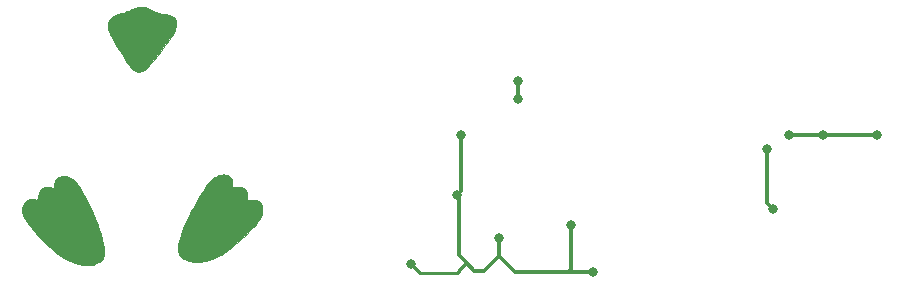
<source format=gbr>
%TF.GenerationSoftware,KiCad,Pcbnew,6.0.0-rc1-unknown-65cbf2d2b7~144~ubuntu18.04.1*%
%TF.CreationDate,2022-01-27T22:01:48+01:00*%
%TF.ProjectId,voll_verteilt,766f6c6c-5f76-4657-9274-65696c742e6b,rev?*%
%TF.SameCoordinates,PX52f83c0PY660b0c0*%
%TF.FileFunction,Copper,L1,Top*%
%TF.FilePolarity,Positive*%
%FSLAX46Y46*%
G04 Gerber Fmt 4.6, Leading zero omitted, Abs format (unit mm)*
G04 Created by KiCad (PCBNEW 6.0.0-rc1-unknown-65cbf2d2b7~144~ubuntu18.04.1) date 2022-01-27 22:01:48*
%MOMM*%
%LPD*%
G01*
G04 APERTURE LIST*
%TA.AperFunction,NonConductor*%
%ADD10C,0.090994*%
%TD*%
%TA.AperFunction,ViaPad*%
%ADD11C,0.800000*%
%TD*%
%TA.AperFunction,Conductor*%
%ADD12C,0.250000*%
%TD*%
%TA.AperFunction,Conductor*%
%ADD13C,0.300000*%
%TD*%
G04 APERTURE END LIST*
D10*
X7985821Y1723969D02*
X8068977Y1763062D01*
X8068977Y1763062D02*
X8144744Y1801529D01*
X8144744Y1801529D02*
X8213501Y1839837D01*
X8213501Y1839837D02*
X8275623Y1878453D01*
X8275623Y1878453D02*
X8331489Y1917844D01*
X8331489Y1917844D02*
X8381473Y1958478D01*
X8381473Y1958478D02*
X8404378Y1979407D01*
X8404378Y1979407D02*
X8425955Y2000821D01*
X8425955Y2000821D02*
X8446249Y2022780D01*
X8446249Y2022780D02*
X8465310Y2045342D01*
X8465310Y2045342D02*
X8483182Y2068565D01*
X8483182Y2068565D02*
X8499915Y2092507D01*
X8499915Y2092507D02*
X8515554Y2117227D01*
X8515554Y2117227D02*
X8530147Y2142783D01*
X8530147Y2142783D02*
X8543741Y2169234D01*
X8543741Y2169234D02*
X8556384Y2196639D01*
X8556384Y2196639D02*
X8579001Y2254540D01*
X8579001Y2254540D02*
X8598377Y2316954D01*
X8598377Y2316954D02*
X8614887Y2384350D01*
X8614887Y2384350D02*
X8628909Y2457192D01*
X8628909Y2457192D02*
X8640820Y2535950D01*
X8640820Y2535950D02*
X8647231Y2623833D01*
X8647231Y2623833D02*
X8645761Y2729862D01*
X8645761Y2729862D02*
X8636808Y2852351D01*
X8636808Y2852351D02*
X8620766Y2989617D01*
X8620766Y2989617D02*
X8598032Y3139976D01*
X8598032Y3139976D02*
X8569002Y3301742D01*
X8569002Y3301742D02*
X8534072Y3473231D01*
X8534072Y3473231D02*
X8493638Y3652760D01*
X8493638Y3652760D02*
X8448095Y3838643D01*
X8448095Y3838643D02*
X8397841Y4029197D01*
X8397841Y4029197D02*
X8343271Y4222737D01*
X8343271Y4222737D02*
X8284781Y4417578D01*
X8284781Y4417578D02*
X8222768Y4612036D01*
X8222768Y4612036D02*
X8157626Y4804427D01*
X8157626Y4804427D02*
X8089752Y4993066D01*
X8089752Y4993066D02*
X8019543Y5176270D01*
X8019543Y5176270D02*
X7870701Y5528379D01*
X7870701Y5528379D02*
X7668825Y5973096D01*
X7668825Y5973096D02*
X7432486Y6472872D01*
X7432486Y6472872D02*
X7180256Y6990159D01*
X7180256Y6990159D02*
X6930708Y7487406D01*
X6930708Y7487406D02*
X6702411Y7927066D01*
X6702411Y7927066D02*
X6513939Y8271590D01*
X6513939Y8271590D02*
X6383862Y8483429D01*
X6383862Y8483429D02*
X6332837Y8550369D01*
X6332837Y8550369D02*
X6277155Y8614646D01*
X6277155Y8614646D02*
X6217235Y8676031D01*
X6217235Y8676031D02*
X6153494Y8734296D01*
X6153494Y8734296D02*
X6086351Y8789213D01*
X6086351Y8789213D02*
X6016223Y8840553D01*
X6016223Y8840553D02*
X5943529Y8888087D01*
X5943529Y8888087D02*
X5868687Y8931588D01*
X5868687Y8931588D02*
X5792115Y8970826D01*
X5792115Y8970826D02*
X5714230Y9005574D01*
X5714230Y9005574D02*
X5635451Y9035603D01*
X5635451Y9035603D02*
X5556197Y9060684D01*
X5556197Y9060684D02*
X5476884Y9080589D01*
X5476884Y9080589D02*
X5397932Y9095090D01*
X5397932Y9095090D02*
X5319757Y9103958D01*
X5319757Y9103958D02*
X5281093Y9106208D01*
X5281093Y9106208D02*
X5242779Y9106965D01*
X5242779Y9106965D02*
X5155047Y9104562D01*
X5155047Y9104562D02*
X5072341Y9097340D01*
X5072341Y9097340D02*
X4994637Y9085279D01*
X4994637Y9085279D02*
X4921907Y9068361D01*
X4921907Y9068361D02*
X4887401Y9058074D01*
X4887401Y9058074D02*
X4854128Y9046565D01*
X4854128Y9046565D02*
X4822087Y9033832D01*
X4822087Y9033832D02*
X4791274Y9019873D01*
X4791274Y9019873D02*
X4761685Y9004684D01*
X4761685Y9004684D02*
X4733319Y8988263D01*
X4733319Y8988263D02*
X4706170Y8970609D01*
X4706170Y8970609D02*
X4680237Y8951718D01*
X4680237Y8951718D02*
X4655516Y8931588D01*
X4655516Y8931588D02*
X4632004Y8910217D01*
X4632004Y8910217D02*
X4609698Y8887602D01*
X4609698Y8887602D02*
X4588594Y8863740D01*
X4588594Y8863740D02*
X4568690Y8838630D01*
X4568690Y8838630D02*
X4549982Y8812269D01*
X4549982Y8812269D02*
X4532466Y8784655D01*
X4532466Y8784655D02*
X4516141Y8755784D01*
X4516141Y8755784D02*
X4501002Y8725655D01*
X4501002Y8725655D02*
X4487047Y8694265D01*
X4487047Y8694265D02*
X4474272Y8661612D01*
X4474272Y8661612D02*
X4462674Y8627692D01*
X4462674Y8627692D02*
X4442997Y8556047D01*
X4442997Y8556047D02*
X4427990Y8479310D01*
X4427990Y8479310D02*
X4372876Y8134552D01*
X4372876Y8134552D02*
X3937817Y8176362D01*
X3937817Y8176362D02*
X3840833Y8183200D01*
X3840833Y8183200D02*
X3750842Y8184258D01*
X3750842Y8184258D02*
X3708390Y8182555D01*
X3708390Y8182555D02*
X3667591Y8179329D01*
X3667591Y8179329D02*
X3628414Y8174555D01*
X3628414Y8174555D02*
X3590828Y8168207D01*
X3590828Y8168207D02*
X3554801Y8160258D01*
X3554801Y8160258D02*
X3520301Y8150683D01*
X3520301Y8150683D02*
X3487297Y8139456D01*
X3487297Y8139456D02*
X3455758Y8126551D01*
X3455758Y8126551D02*
X3425650Y8111942D01*
X3425650Y8111942D02*
X3396944Y8095603D01*
X3396944Y8095603D02*
X3369608Y8077509D01*
X3369608Y8077509D02*
X3343609Y8057633D01*
X3343609Y8057633D02*
X3318917Y8035950D01*
X3318917Y8035950D02*
X3295500Y8012433D01*
X3295500Y8012433D02*
X3273326Y7987057D01*
X3273326Y7987057D02*
X3252364Y7959796D01*
X3252364Y7959796D02*
X3232582Y7930624D01*
X3232582Y7930624D02*
X3213948Y7899515D01*
X3213948Y7899515D02*
X3196432Y7866443D01*
X3196432Y7866443D02*
X3180001Y7831382D01*
X3180001Y7831382D02*
X3164624Y7794307D01*
X3164624Y7794307D02*
X3150269Y7755191D01*
X3150269Y7755191D02*
X3136905Y7714009D01*
X3136905Y7714009D02*
X3124501Y7670735D01*
X3124501Y7670735D02*
X3102443Y7577806D01*
X3102443Y7577806D02*
X3083844Y7476197D01*
X3083844Y7476197D02*
X3063196Y7352885D01*
X3063196Y7352885D02*
X3053474Y7302901D01*
X3053474Y7302901D02*
X3043555Y7260123D01*
X3043555Y7260123D02*
X3032989Y7224123D01*
X3032989Y7224123D02*
X3027323Y7208530D01*
X3027323Y7208530D02*
X3021326Y7194470D01*
X3021326Y7194470D02*
X3014943Y7181889D01*
X3014943Y7181889D02*
X3008117Y7170734D01*
X3008117Y7170734D02*
X3000793Y7160951D01*
X3000793Y7160951D02*
X2992913Y7152485D01*
X2992913Y7152485D02*
X2984422Y7145284D01*
X2984422Y7145284D02*
X2975263Y7139294D01*
X2975263Y7139294D02*
X2965381Y7134460D01*
X2965381Y7134460D02*
X2954719Y7130730D01*
X2954719Y7130730D02*
X2943221Y7128048D01*
X2943221Y7128048D02*
X2930831Y7126363D01*
X2930831Y7126363D02*
X2917492Y7125619D01*
X2917492Y7125619D02*
X2903149Y7125763D01*
X2903149Y7125763D02*
X2871224Y7128500D01*
X2871224Y7128500D02*
X2834606Y7134145D01*
X2834606Y7134145D02*
X2792846Y7142267D01*
X2792846Y7142267D02*
X2745495Y7152436D01*
X2745495Y7152436D02*
X2671804Y7165487D01*
X2671804Y7165487D02*
X2598769Y7172255D01*
X2598769Y7172255D02*
X2526664Y7172873D01*
X2526664Y7172873D02*
X2455763Y7167477D01*
X2455763Y7167477D02*
X2386338Y7156204D01*
X2386338Y7156204D02*
X2318664Y7139188D01*
X2318664Y7139188D02*
X2253013Y7116565D01*
X2253013Y7116565D02*
X2189660Y7088471D01*
X2189660Y7088471D02*
X2128876Y7055041D01*
X2128876Y7055041D02*
X2070936Y7016411D01*
X2070936Y7016411D02*
X2016113Y6972716D01*
X2016113Y6972716D02*
X1964681Y6924092D01*
X1964681Y6924092D02*
X1916912Y6870674D01*
X1916912Y6870674D02*
X1873080Y6812598D01*
X1873080Y6812598D02*
X1833459Y6750000D01*
X1833459Y6750000D02*
X1798321Y6683014D01*
X1798321Y6683014D02*
X1770361Y6619103D01*
X1770361Y6619103D02*
X1746997Y6554765D01*
X1746997Y6554765D02*
X1728245Y6489828D01*
X1728245Y6489828D02*
X1714122Y6424120D01*
X1714122Y6424120D02*
X1704645Y6357468D01*
X1704645Y6357468D02*
X1699830Y6289700D01*
X1699830Y6289700D02*
X1699694Y6220644D01*
X1699694Y6220644D02*
X1704255Y6150128D01*
X1704255Y6150128D02*
X1713527Y6077979D01*
X1713527Y6077979D02*
X1727529Y6004025D01*
X1727529Y6004025D02*
X1746277Y5928095D01*
X1746277Y5928095D02*
X1769787Y5850015D01*
X1769787Y5850015D02*
X1798076Y5769613D01*
X1798076Y5769613D02*
X1831161Y5686718D01*
X1831161Y5686718D02*
X1869059Y5601156D01*
X1869059Y5601156D02*
X1911786Y5512757D01*
X1911786Y5512757D02*
X1998677Y5358342D01*
X1998677Y5358342D02*
X2113518Y5183527D01*
X2113518Y5183527D02*
X2253322Y4991410D01*
X2253322Y4991410D02*
X2415102Y4785088D01*
X2415102Y4785088D02*
X2595868Y4567657D01*
X2595868Y4567657D02*
X2792635Y4342216D01*
X2792635Y4342216D02*
X3002414Y4111860D01*
X3002414Y4111860D02*
X3222218Y3879689D01*
X3222218Y3879689D02*
X3449060Y3648798D01*
X3449060Y3648798D02*
X3679951Y3422284D01*
X3679951Y3422284D02*
X3911905Y3203246D01*
X3911905Y3203246D02*
X4141933Y2994780D01*
X4141933Y2994780D02*
X4367049Y2799984D01*
X4367049Y2799984D02*
X4584264Y2621954D01*
X4584264Y2621954D02*
X4790592Y2463788D01*
X4790592Y2463788D02*
X4983044Y2328583D01*
X4983044Y2328583D02*
X5183587Y2201644D01*
X5183587Y2201644D02*
X5386292Y2085812D01*
X5386292Y2085812D02*
X5590328Y1981255D01*
X5590328Y1981255D02*
X5794865Y1888139D01*
X5794865Y1888139D02*
X5999071Y1806631D01*
X5999071Y1806631D02*
X6202115Y1736900D01*
X6202115Y1736900D02*
X6403167Y1679112D01*
X6403167Y1679112D02*
X6601395Y1633435D01*
X6601395Y1633435D02*
X6795969Y1600035D01*
X6795969Y1600035D02*
X6986057Y1579080D01*
X6986057Y1579080D02*
X7170828Y1570737D01*
X7170828Y1570737D02*
X7349452Y1575174D01*
X7349452Y1575174D02*
X7521097Y1592558D01*
X7521097Y1592558D02*
X7684933Y1623055D01*
X7684933Y1623055D02*
X7840128Y1666834D01*
X7840128Y1666834D02*
X7985852Y1724060D01*
X7985852Y1724060D02*
X7985821Y1723969D01*
X7985821Y1723969D02*
X7985821Y1723969D01*
G36*
X5281093Y9106208D02*
G01*
X5319757Y9103958D01*
X5397932Y9095090D01*
X5476884Y9080589D01*
X5556197Y9060684D01*
X5635451Y9035603D01*
X5714230Y9005574D01*
X5792115Y8970826D01*
X5868687Y8931588D01*
X5943529Y8888087D01*
X6016223Y8840553D01*
X6086351Y8789213D01*
X6153494Y8734296D01*
X6217235Y8676031D01*
X6277155Y8614646D01*
X6332837Y8550369D01*
X6383862Y8483429D01*
X6513939Y8271590D01*
X6702411Y7927066D01*
X6930708Y7487406D01*
X7180256Y6990159D01*
X7432486Y6472872D01*
X7668825Y5973096D01*
X7870701Y5528379D01*
X8019543Y5176270D01*
X8089752Y4993066D01*
X8157626Y4804427D01*
X8222768Y4612036D01*
X8284781Y4417578D01*
X8343271Y4222737D01*
X8397841Y4029197D01*
X8448095Y3838643D01*
X8493638Y3652760D01*
X8534072Y3473231D01*
X8569002Y3301742D01*
X8598032Y3139976D01*
X8620766Y2989617D01*
X8636808Y2852351D01*
X8645761Y2729862D01*
X8647231Y2623833D01*
X8640820Y2535950D01*
X8628909Y2457192D01*
X8614887Y2384350D01*
X8598377Y2316954D01*
X8579001Y2254540D01*
X8556384Y2196639D01*
X8543741Y2169234D01*
X8530147Y2142783D01*
X8515554Y2117227D01*
X8499915Y2092507D01*
X8483182Y2068565D01*
X8465310Y2045342D01*
X8446249Y2022780D01*
X8425955Y2000821D01*
X8404378Y1979407D01*
X8381473Y1958478D01*
X8331489Y1917844D01*
X8275623Y1878453D01*
X8213501Y1839837D01*
X8144744Y1801529D01*
X8068977Y1763062D01*
X7985821Y1723969D01*
X7985852Y1724060D01*
X7840128Y1666834D01*
X7684933Y1623055D01*
X7521097Y1592558D01*
X7349452Y1575174D01*
X7170828Y1570737D01*
X6986057Y1579080D01*
X6795969Y1600035D01*
X6601395Y1633435D01*
X6403167Y1679112D01*
X6202115Y1736900D01*
X5999071Y1806631D01*
X5794865Y1888139D01*
X5590328Y1981255D01*
X5386292Y2085812D01*
X5183587Y2201644D01*
X4983044Y2328583D01*
X4790592Y2463788D01*
X4584264Y2621954D01*
X4367049Y2799984D01*
X4141933Y2994780D01*
X3911905Y3203246D01*
X3679951Y3422284D01*
X3449060Y3648798D01*
X3222218Y3879689D01*
X3002414Y4111860D01*
X2792635Y4342216D01*
X2595868Y4567657D01*
X2415102Y4785088D01*
X2253322Y4991410D01*
X2113518Y5183527D01*
X1998677Y5358342D01*
X1911786Y5512757D01*
X1869059Y5601156D01*
X1831161Y5686718D01*
X1798076Y5769613D01*
X1769787Y5850015D01*
X1746277Y5928095D01*
X1727529Y6004025D01*
X1713527Y6077979D01*
X1704255Y6150128D01*
X1699694Y6220644D01*
X1699830Y6289700D01*
X1704645Y6357468D01*
X1714122Y6424120D01*
X1728245Y6489828D01*
X1746997Y6554765D01*
X1770361Y6619103D01*
X1798321Y6683014D01*
X1833459Y6750000D01*
X1873080Y6812598D01*
X1916912Y6870674D01*
X1964681Y6924092D01*
X2016113Y6972716D01*
X2070936Y7016411D01*
X2128876Y7055041D01*
X2189660Y7088471D01*
X2253013Y7116565D01*
X2318664Y7139188D01*
X2386338Y7156204D01*
X2455763Y7167477D01*
X2526664Y7172873D01*
X2598769Y7172255D01*
X2671804Y7165487D01*
X2745495Y7152436D01*
X2792846Y7142267D01*
X2834606Y7134145D01*
X2871224Y7128500D01*
X2903149Y7125763D01*
X2917492Y7125619D01*
X2930831Y7126363D01*
X2943221Y7128048D01*
X2954719Y7130730D01*
X2965381Y7134460D01*
X2975263Y7139294D01*
X2984422Y7145284D01*
X2992913Y7152485D01*
X3000793Y7160951D01*
X3008117Y7170734D01*
X3014943Y7181889D01*
X3021326Y7194470D01*
X3027323Y7208530D01*
X3032989Y7224123D01*
X3043555Y7260123D01*
X3053474Y7302901D01*
X3063196Y7352885D01*
X3083844Y7476197D01*
X3102443Y7577806D01*
X3124501Y7670735D01*
X3136905Y7714009D01*
X3150269Y7755191D01*
X3164624Y7794307D01*
X3180001Y7831382D01*
X3196432Y7866443D01*
X3213948Y7899515D01*
X3232582Y7930624D01*
X3252364Y7959796D01*
X3273326Y7987057D01*
X3295500Y8012433D01*
X3318917Y8035950D01*
X3343609Y8057633D01*
X3369608Y8077509D01*
X3396944Y8095603D01*
X3425650Y8111942D01*
X3455758Y8126551D01*
X3487297Y8139456D01*
X3520301Y8150683D01*
X3554801Y8160258D01*
X3590828Y8168207D01*
X3628414Y8174555D01*
X3667591Y8179329D01*
X3708390Y8182555D01*
X3750842Y8184258D01*
X3840833Y8183200D01*
X3937817Y8176362D01*
X4372876Y8134552D01*
X4427990Y8479310D01*
X4442997Y8556047D01*
X4462674Y8627692D01*
X4474272Y8661612D01*
X4487047Y8694265D01*
X4501002Y8725655D01*
X4516141Y8755784D01*
X4532466Y8784655D01*
X4549982Y8812269D01*
X4568690Y8838630D01*
X4588594Y8863740D01*
X4609698Y8887602D01*
X4632004Y8910217D01*
X4655516Y8931588D01*
X4680237Y8951718D01*
X4706170Y8970609D01*
X4733319Y8988263D01*
X4761685Y9004684D01*
X4791274Y9019873D01*
X4822087Y9033832D01*
X4854128Y9046565D01*
X4887401Y9058074D01*
X4921907Y9068361D01*
X4994637Y9085279D01*
X5072341Y9097340D01*
X5155047Y9104562D01*
X5242779Y9106965D01*
X5281093Y9106208D01*
G37*
X5281093Y9106208D02*
X5319757Y9103958D01*
X5397932Y9095090D01*
X5476884Y9080589D01*
X5556197Y9060684D01*
X5635451Y9035603D01*
X5714230Y9005574D01*
X5792115Y8970826D01*
X5868687Y8931588D01*
X5943529Y8888087D01*
X6016223Y8840553D01*
X6086351Y8789213D01*
X6153494Y8734296D01*
X6217235Y8676031D01*
X6277155Y8614646D01*
X6332837Y8550369D01*
X6383862Y8483429D01*
X6513939Y8271590D01*
X6702411Y7927066D01*
X6930708Y7487406D01*
X7180256Y6990159D01*
X7432486Y6472872D01*
X7668825Y5973096D01*
X7870701Y5528379D01*
X8019543Y5176270D01*
X8089752Y4993066D01*
X8157626Y4804427D01*
X8222768Y4612036D01*
X8284781Y4417578D01*
X8343271Y4222737D01*
X8397841Y4029197D01*
X8448095Y3838643D01*
X8493638Y3652760D01*
X8534072Y3473231D01*
X8569002Y3301742D01*
X8598032Y3139976D01*
X8620766Y2989617D01*
X8636808Y2852351D01*
X8645761Y2729862D01*
X8647231Y2623833D01*
X8640820Y2535950D01*
X8628909Y2457192D01*
X8614887Y2384350D01*
X8598377Y2316954D01*
X8579001Y2254540D01*
X8556384Y2196639D01*
X8543741Y2169234D01*
X8530147Y2142783D01*
X8515554Y2117227D01*
X8499915Y2092507D01*
X8483182Y2068565D01*
X8465310Y2045342D01*
X8446249Y2022780D01*
X8425955Y2000821D01*
X8404378Y1979407D01*
X8381473Y1958478D01*
X8331489Y1917844D01*
X8275623Y1878453D01*
X8213501Y1839837D01*
X8144744Y1801529D01*
X8068977Y1763062D01*
X7985821Y1723969D01*
X7985852Y1724060D01*
X7840128Y1666834D01*
X7684933Y1623055D01*
X7521097Y1592558D01*
X7349452Y1575174D01*
X7170828Y1570737D01*
X6986057Y1579080D01*
X6795969Y1600035D01*
X6601395Y1633435D01*
X6403167Y1679112D01*
X6202115Y1736900D01*
X5999071Y1806631D01*
X5794865Y1888139D01*
X5590328Y1981255D01*
X5386292Y2085812D01*
X5183587Y2201644D01*
X4983044Y2328583D01*
X4790592Y2463788D01*
X4584264Y2621954D01*
X4367049Y2799984D01*
X4141933Y2994780D01*
X3911905Y3203246D01*
X3679951Y3422284D01*
X3449060Y3648798D01*
X3222218Y3879689D01*
X3002414Y4111860D01*
X2792635Y4342216D01*
X2595868Y4567657D01*
X2415102Y4785088D01*
X2253322Y4991410D01*
X2113518Y5183527D01*
X1998677Y5358342D01*
X1911786Y5512757D01*
X1869059Y5601156D01*
X1831161Y5686718D01*
X1798076Y5769613D01*
X1769787Y5850015D01*
X1746277Y5928095D01*
X1727529Y6004025D01*
X1713527Y6077979D01*
X1704255Y6150128D01*
X1699694Y6220644D01*
X1699830Y6289700D01*
X1704645Y6357468D01*
X1714122Y6424120D01*
X1728245Y6489828D01*
X1746997Y6554765D01*
X1770361Y6619103D01*
X1798321Y6683014D01*
X1833459Y6750000D01*
X1873080Y6812598D01*
X1916912Y6870674D01*
X1964681Y6924092D01*
X2016113Y6972716D01*
X2070936Y7016411D01*
X2128876Y7055041D01*
X2189660Y7088471D01*
X2253013Y7116565D01*
X2318664Y7139188D01*
X2386338Y7156204D01*
X2455763Y7167477D01*
X2526664Y7172873D01*
X2598769Y7172255D01*
X2671804Y7165487D01*
X2745495Y7152436D01*
X2792846Y7142267D01*
X2834606Y7134145D01*
X2871224Y7128500D01*
X2903149Y7125763D01*
X2917492Y7125619D01*
X2930831Y7126363D01*
X2943221Y7128048D01*
X2954719Y7130730D01*
X2965381Y7134460D01*
X2975263Y7139294D01*
X2984422Y7145284D01*
X2992913Y7152485D01*
X3000793Y7160951D01*
X3008117Y7170734D01*
X3014943Y7181889D01*
X3021326Y7194470D01*
X3027323Y7208530D01*
X3032989Y7224123D01*
X3043555Y7260123D01*
X3053474Y7302901D01*
X3063196Y7352885D01*
X3083844Y7476197D01*
X3102443Y7577806D01*
X3124501Y7670735D01*
X3136905Y7714009D01*
X3150269Y7755191D01*
X3164624Y7794307D01*
X3180001Y7831382D01*
X3196432Y7866443D01*
X3213948Y7899515D01*
X3232582Y7930624D01*
X3252364Y7959796D01*
X3273326Y7987057D01*
X3295500Y8012433D01*
X3318917Y8035950D01*
X3343609Y8057633D01*
X3369608Y8077509D01*
X3396944Y8095603D01*
X3425650Y8111942D01*
X3455758Y8126551D01*
X3487297Y8139456D01*
X3520301Y8150683D01*
X3554801Y8160258D01*
X3590828Y8168207D01*
X3628414Y8174555D01*
X3667591Y8179329D01*
X3708390Y8182555D01*
X3750842Y8184258D01*
X3840833Y8183200D01*
X3937817Y8176362D01*
X4372876Y8134552D01*
X4427990Y8479310D01*
X4442997Y8556047D01*
X4462674Y8627692D01*
X4474272Y8661612D01*
X4487047Y8694265D01*
X4501002Y8725655D01*
X4516141Y8755784D01*
X4532466Y8784655D01*
X4549982Y8812269D01*
X4568690Y8838630D01*
X4588594Y8863740D01*
X4609698Y8887602D01*
X4632004Y8910217D01*
X4655516Y8931588D01*
X4680237Y8951718D01*
X4706170Y8970609D01*
X4733319Y8988263D01*
X4761685Y9004684D01*
X4791274Y9019873D01*
X4822087Y9033832D01*
X4854128Y9046565D01*
X4887401Y9058074D01*
X4921907Y9068361D01*
X4994637Y9085279D01*
X5072341Y9097340D01*
X5155047Y9104562D01*
X5242779Y9106965D01*
X5281093Y9106208D01*
X17822186Y2115662D02*
X17990003Y2187345D01*
X17990003Y2187345D02*
X18159047Y2266606D01*
X18159047Y2266606D02*
X18329479Y2353561D01*
X18329479Y2353561D02*
X18501458Y2448325D01*
X18501458Y2448325D02*
X18675141Y2551014D01*
X18675141Y2551014D02*
X18850689Y2661742D01*
X18850689Y2661742D02*
X19028259Y2780626D01*
X19028259Y2780626D02*
X19208012Y2907780D01*
X19208012Y2907780D02*
X19390106Y3043320D01*
X19390106Y3043320D02*
X19574700Y3187362D01*
X19574700Y3187362D02*
X19761952Y3340021D01*
X19761952Y3340021D02*
X19952023Y3501411D01*
X19952023Y3501411D02*
X20145071Y3671650D01*
X20145071Y3671650D02*
X20341254Y3850851D01*
X20341254Y3850851D02*
X20540732Y4039130D01*
X20540732Y4039130D02*
X20743664Y4236603D01*
X20743664Y4236603D02*
X20934589Y4426781D01*
X20934589Y4426781D02*
X21106740Y4602138D01*
X21106740Y4602138D02*
X21261007Y4764076D01*
X21261007Y4764076D02*
X21398282Y4914002D01*
X21398282Y4914002D02*
X21519455Y5053319D01*
X21519455Y5053319D02*
X21625417Y5183432D01*
X21625417Y5183432D02*
X21717060Y5305744D01*
X21717060Y5305744D02*
X21795273Y5421662D01*
X21795273Y5421662D02*
X21860949Y5532588D01*
X21860949Y5532588D02*
X21914977Y5639928D01*
X21914977Y5639928D02*
X21958249Y5745085D01*
X21958249Y5745085D02*
X21991655Y5849465D01*
X21991655Y5849465D02*
X22016087Y5954471D01*
X22016087Y5954471D02*
X22032436Y6061508D01*
X22032436Y6061508D02*
X22041592Y6171981D01*
X22041592Y6171981D02*
X22044446Y6287293D01*
X22044446Y6287293D02*
X22043498Y6337808D01*
X22043498Y6337808D02*
X22040668Y6386860D01*
X22040668Y6386860D02*
X22035976Y6434431D01*
X22035976Y6434431D02*
X22029439Y6480504D01*
X22029439Y6480504D02*
X22021077Y6525060D01*
X22021077Y6525060D02*
X22010910Y6568083D01*
X22010910Y6568083D02*
X21998955Y6609554D01*
X21998955Y6609554D02*
X21985234Y6649455D01*
X21985234Y6649455D02*
X21969764Y6687770D01*
X21969764Y6687770D02*
X21952564Y6724481D01*
X21952564Y6724481D02*
X21933655Y6759569D01*
X21933655Y6759569D02*
X21913054Y6793017D01*
X21913054Y6793017D02*
X21890781Y6824808D01*
X21890781Y6824808D02*
X21866855Y6854923D01*
X21866855Y6854923D02*
X21841296Y6883346D01*
X21841296Y6883346D02*
X21814122Y6910057D01*
X21814122Y6910057D02*
X21785352Y6935041D01*
X21785352Y6935041D02*
X21755006Y6958279D01*
X21755006Y6958279D02*
X21723102Y6979753D01*
X21723102Y6979753D02*
X21689661Y6999446D01*
X21689661Y6999446D02*
X21654700Y7017340D01*
X21654700Y7017340D02*
X21618239Y7033418D01*
X21618239Y7033418D02*
X21580298Y7047661D01*
X21580298Y7047661D02*
X21540894Y7060052D01*
X21540894Y7060052D02*
X21500048Y7070574D01*
X21500048Y7070574D02*
X21457778Y7079209D01*
X21457778Y7079209D02*
X21414104Y7085938D01*
X21414104Y7085938D02*
X21369045Y7090745D01*
X21369045Y7090745D02*
X21322619Y7093612D01*
X21322619Y7093612D02*
X21274846Y7094520D01*
X21274846Y7094520D02*
X21225745Y7093454D01*
X21225745Y7093454D02*
X21175335Y7090393D01*
X21175335Y7090393D02*
X20770520Y7058197D01*
X20770520Y7058197D02*
X20770520Y7387818D01*
X20770520Y7387818D02*
X20769632Y7424895D01*
X20769632Y7424895D02*
X20767010Y7462626D01*
X20767010Y7462626D02*
X20762712Y7500828D01*
X20762712Y7500828D02*
X20756801Y7539318D01*
X20756801Y7539318D02*
X20749336Y7577913D01*
X20749336Y7577913D02*
X20740377Y7616431D01*
X20740377Y7616431D02*
X20729985Y7654689D01*
X20729985Y7654689D02*
X20718220Y7692505D01*
X20718220Y7692505D02*
X20705143Y7729696D01*
X20705143Y7729696D02*
X20690813Y7766079D01*
X20690813Y7766079D02*
X20675292Y7801472D01*
X20675292Y7801472D02*
X20658639Y7835691D01*
X20658639Y7835691D02*
X20640916Y7868555D01*
X20640916Y7868555D02*
X20622181Y7899880D01*
X20622181Y7899880D02*
X20602496Y7929484D01*
X20602496Y7929484D02*
X20581921Y7957184D01*
X20581921Y7957184D02*
X20552838Y7993009D01*
X20552838Y7993009D02*
X20524570Y8025209D01*
X20524570Y8025209D02*
X20510591Y8040007D01*
X20510591Y8040007D02*
X20496636Y8053967D01*
X20496636Y8053967D02*
X20482644Y8067111D01*
X20482644Y8067111D02*
X20468555Y8079462D01*
X20468555Y8079462D02*
X20454310Y8091044D01*
X20454310Y8091044D02*
X20439847Y8101878D01*
X20439847Y8101878D02*
X20425106Y8111987D01*
X20425106Y8111987D02*
X20410029Y8121393D01*
X20410029Y8121393D02*
X20394553Y8130121D01*
X20394553Y8130121D02*
X20378620Y8138191D01*
X20378620Y8138191D02*
X20362168Y8145627D01*
X20362168Y8145627D02*
X20345139Y8152451D01*
X20345139Y8152451D02*
X20327471Y8158686D01*
X20327471Y8158686D02*
X20309105Y8164355D01*
X20309105Y8164355D02*
X20289981Y8169480D01*
X20289981Y8169480D02*
X20270037Y8174084D01*
X20270037Y8174084D02*
X20249215Y8178190D01*
X20249215Y8178190D02*
X20227453Y8181820D01*
X20227453Y8181820D02*
X20204693Y8184997D01*
X20204693Y8184997D02*
X20180873Y8187743D01*
X20180873Y8187743D02*
X20129814Y8192034D01*
X20129814Y8192034D02*
X20073797Y8194875D01*
X20073797Y8194875D02*
X20012338Y8196447D01*
X20012338Y8196447D02*
X19944958Y8196930D01*
X19944958Y8196930D02*
X19496594Y8196930D01*
X19496594Y8196930D02*
X19496594Y8515412D01*
X19496594Y8515412D02*
X19494987Y8571830D01*
X19494987Y8571830D02*
X19490217Y8626307D01*
X19490217Y8626307D02*
X19482364Y8678803D01*
X19482364Y8678803D02*
X19471506Y8729276D01*
X19471506Y8729276D02*
X19457720Y8777687D01*
X19457720Y8777687D02*
X19441085Y8823993D01*
X19441085Y8823993D02*
X19421680Y8868156D01*
X19421680Y8868156D02*
X19399582Y8910132D01*
X19399582Y8910132D02*
X19374870Y8949883D01*
X19374870Y8949883D02*
X19347623Y8987367D01*
X19347623Y8987367D02*
X19317919Y9022544D01*
X19317919Y9022544D02*
X19285835Y9055372D01*
X19285835Y9055372D02*
X19251451Y9085811D01*
X19251451Y9085811D02*
X19214844Y9113821D01*
X19214844Y9113821D02*
X19176094Y9139360D01*
X19176094Y9139360D02*
X19135277Y9162388D01*
X19135277Y9162388D02*
X19092473Y9182864D01*
X19092473Y9182864D02*
X19047761Y9200748D01*
X19047761Y9200748D02*
X19001217Y9215998D01*
X19001217Y9215998D02*
X18952921Y9228573D01*
X18952921Y9228573D02*
X18902950Y9238434D01*
X18902950Y9238434D02*
X18851384Y9245539D01*
X18851384Y9245539D02*
X18798300Y9249848D01*
X18798300Y9249848D02*
X18743777Y9251320D01*
X18743777Y9251320D02*
X18687893Y9249914D01*
X18687893Y9249914D02*
X18630727Y9245589D01*
X18630727Y9245589D02*
X18572356Y9238305D01*
X18572356Y9238305D02*
X18512859Y9228020D01*
X18512859Y9228020D02*
X18452315Y9214695D01*
X18452315Y9214695D02*
X18390801Y9198288D01*
X18390801Y9198288D02*
X18328397Y9178759D01*
X18328397Y9178759D02*
X18265179Y9156067D01*
X18265179Y9156067D02*
X18172916Y9117695D01*
X18172916Y9117695D02*
X18083714Y9073798D01*
X18083714Y9073798D02*
X18040011Y9049492D01*
X18040011Y9049492D02*
X17996773Y9023461D01*
X17996773Y9023461D02*
X17953902Y8995589D01*
X17953902Y8995589D02*
X17911298Y8965763D01*
X17911298Y8965763D02*
X17868860Y8933866D01*
X17868860Y8933866D02*
X17826489Y8899786D01*
X17826489Y8899786D02*
X17784085Y8863406D01*
X17784085Y8863406D02*
X17741549Y8824612D01*
X17741549Y8824612D02*
X17655681Y8739322D01*
X17655681Y8739322D02*
X17568085Y8642998D01*
X17568085Y8642998D02*
X17477965Y8534722D01*
X17477965Y8534722D02*
X17384523Y8413574D01*
X17384523Y8413574D02*
X17286961Y8278637D01*
X17286961Y8278637D02*
X17184481Y8128992D01*
X17184481Y8128992D02*
X17076285Y7963720D01*
X17076285Y7963720D02*
X16961575Y7781903D01*
X16961575Y7781903D02*
X16839554Y7582622D01*
X16839554Y7582622D02*
X16709424Y7364960D01*
X16709424Y7364960D02*
X16231765Y6527880D01*
X16231765Y6527880D02*
X16019061Y6131259D01*
X16019061Y6131259D02*
X15824071Y5750058D01*
X15824071Y5750058D02*
X15647020Y5384883D01*
X15647020Y5384883D02*
X15488132Y5036341D01*
X15488132Y5036341D02*
X15347630Y4705036D01*
X15347630Y4705036D02*
X15225739Y4391575D01*
X15225739Y4391575D02*
X15122682Y4096564D01*
X15122682Y4096564D02*
X15038684Y3820608D01*
X15038684Y3820608D02*
X14973968Y3564314D01*
X14973968Y3564314D02*
X14928759Y3328287D01*
X14928759Y3328287D02*
X14903279Y3113133D01*
X14903279Y3113133D02*
X14897754Y2919458D01*
X14897754Y2919458D02*
X14912406Y2747868D01*
X14912406Y2747868D02*
X14947461Y2598969D01*
X14947461Y2598969D02*
X14974115Y2529683D01*
X14974115Y2529683D02*
X15007178Y2463500D01*
X15007178Y2463500D02*
X15046417Y2400460D01*
X15046417Y2400460D02*
X15091599Y2340602D01*
X15091599Y2340602D02*
X15142491Y2283965D01*
X15142491Y2283965D02*
X15198858Y2230588D01*
X15198858Y2230588D02*
X15260468Y2180511D01*
X15260468Y2180511D02*
X15327087Y2133772D01*
X15327087Y2133772D02*
X15398483Y2090411D01*
X15398483Y2090411D02*
X15474421Y2050467D01*
X15474421Y2050467D02*
X15554669Y2013980D01*
X15554669Y2013980D02*
X15638993Y1980989D01*
X15638993Y1980989D02*
X15727159Y1951532D01*
X15727159Y1951532D02*
X15818935Y1925649D01*
X15818935Y1925649D02*
X15914088Y1903379D01*
X15914088Y1903379D02*
X16012383Y1884762D01*
X16012383Y1884762D02*
X16113588Y1869837D01*
X16113588Y1869837D02*
X16217469Y1858642D01*
X16217469Y1858642D02*
X16323793Y1851218D01*
X16323793Y1851218D02*
X16432326Y1847603D01*
X16432326Y1847603D02*
X16542836Y1847837D01*
X16542836Y1847837D02*
X16655089Y1851958D01*
X16655089Y1851958D02*
X16768852Y1860007D01*
X16768852Y1860007D02*
X16883891Y1872022D01*
X16883891Y1872022D02*
X16999973Y1888042D01*
X16999973Y1888042D02*
X17116865Y1908107D01*
X17116865Y1908107D02*
X17234333Y1932256D01*
X17234333Y1932256D02*
X17352145Y1960528D01*
X17352145Y1960528D02*
X17470066Y1992962D01*
X17470066Y1992962D02*
X17587864Y2029598D01*
X17587864Y2029598D02*
X17705305Y2070475D01*
X17705305Y2070475D02*
X17822155Y2115632D01*
X17822155Y2115632D02*
X17822186Y2115662D01*
X17822186Y2115662D02*
X17822186Y2115662D01*
G36*
X18798300Y9249848D02*
G01*
X18851384Y9245539D01*
X18902950Y9238434D01*
X18952921Y9228573D01*
X19001217Y9215998D01*
X19047761Y9200748D01*
X19092473Y9182864D01*
X19135277Y9162388D01*
X19176094Y9139360D01*
X19214844Y9113821D01*
X19251451Y9085811D01*
X19285835Y9055372D01*
X19317919Y9022544D01*
X19347623Y8987367D01*
X19374870Y8949883D01*
X19399582Y8910132D01*
X19421680Y8868156D01*
X19441085Y8823993D01*
X19457720Y8777687D01*
X19471506Y8729276D01*
X19482364Y8678803D01*
X19490217Y8626307D01*
X19494987Y8571830D01*
X19496594Y8515412D01*
X19496594Y8196930D01*
X19944958Y8196930D01*
X20012338Y8196447D01*
X20073797Y8194875D01*
X20129814Y8192034D01*
X20180873Y8187743D01*
X20204693Y8184997D01*
X20227453Y8181820D01*
X20249215Y8178190D01*
X20270037Y8174084D01*
X20289981Y8169480D01*
X20309105Y8164355D01*
X20327471Y8158686D01*
X20345139Y8152451D01*
X20362168Y8145627D01*
X20378620Y8138191D01*
X20394553Y8130121D01*
X20410029Y8121393D01*
X20425106Y8111987D01*
X20439847Y8101878D01*
X20454310Y8091044D01*
X20468555Y8079462D01*
X20482644Y8067111D01*
X20496636Y8053967D01*
X20510591Y8040007D01*
X20524570Y8025209D01*
X20552838Y7993009D01*
X20581921Y7957184D01*
X20602496Y7929484D01*
X20622181Y7899880D01*
X20640916Y7868555D01*
X20658639Y7835691D01*
X20675292Y7801472D01*
X20690813Y7766079D01*
X20705143Y7729696D01*
X20718220Y7692505D01*
X20729985Y7654689D01*
X20740377Y7616431D01*
X20749336Y7577913D01*
X20756801Y7539318D01*
X20762712Y7500828D01*
X20767010Y7462626D01*
X20769632Y7424895D01*
X20770520Y7387818D01*
X20770520Y7058197D01*
X21175335Y7090393D01*
X21225745Y7093454D01*
X21274846Y7094520D01*
X21322619Y7093612D01*
X21369045Y7090745D01*
X21414104Y7085938D01*
X21457778Y7079209D01*
X21500048Y7070574D01*
X21540894Y7060052D01*
X21580298Y7047661D01*
X21618239Y7033418D01*
X21654700Y7017340D01*
X21689661Y6999446D01*
X21723102Y6979753D01*
X21755006Y6958279D01*
X21785352Y6935041D01*
X21814122Y6910057D01*
X21841296Y6883346D01*
X21866855Y6854923D01*
X21890781Y6824808D01*
X21913054Y6793017D01*
X21933655Y6759569D01*
X21952564Y6724481D01*
X21969764Y6687770D01*
X21985234Y6649455D01*
X21998955Y6609554D01*
X22010910Y6568083D01*
X22021077Y6525060D01*
X22029439Y6480504D01*
X22035976Y6434431D01*
X22040668Y6386860D01*
X22043498Y6337808D01*
X22044446Y6287293D01*
X22041592Y6171981D01*
X22032436Y6061508D01*
X22016087Y5954471D01*
X21991655Y5849465D01*
X21958249Y5745085D01*
X21914977Y5639928D01*
X21860949Y5532588D01*
X21795273Y5421662D01*
X21717060Y5305744D01*
X21625417Y5183432D01*
X21519455Y5053319D01*
X21398282Y4914002D01*
X21261007Y4764076D01*
X21106740Y4602138D01*
X20934589Y4426781D01*
X20743664Y4236603D01*
X20540732Y4039130D01*
X20341254Y3850851D01*
X20145071Y3671650D01*
X19952023Y3501411D01*
X19761952Y3340021D01*
X19574700Y3187362D01*
X19390106Y3043320D01*
X19208012Y2907780D01*
X19028259Y2780626D01*
X18850689Y2661742D01*
X18675141Y2551014D01*
X18501458Y2448325D01*
X18329479Y2353561D01*
X18159047Y2266606D01*
X17990003Y2187345D01*
X17822186Y2115662D01*
X17822155Y2115632D01*
X17705305Y2070475D01*
X17587864Y2029598D01*
X17470066Y1992962D01*
X17352145Y1960528D01*
X17234333Y1932256D01*
X17116865Y1908107D01*
X16999973Y1888042D01*
X16883891Y1872022D01*
X16768852Y1860007D01*
X16655089Y1851958D01*
X16542836Y1847837D01*
X16432326Y1847603D01*
X16323793Y1851218D01*
X16217469Y1858642D01*
X16113588Y1869837D01*
X16012383Y1884762D01*
X15914088Y1903379D01*
X15818935Y1925649D01*
X15727159Y1951532D01*
X15638993Y1980989D01*
X15554669Y2013980D01*
X15474421Y2050467D01*
X15398483Y2090411D01*
X15327087Y2133772D01*
X15260468Y2180511D01*
X15198858Y2230588D01*
X15142491Y2283965D01*
X15091599Y2340602D01*
X15046417Y2400460D01*
X15007178Y2463500D01*
X14974115Y2529683D01*
X14947461Y2598969D01*
X14912406Y2747868D01*
X14897754Y2919458D01*
X14903279Y3113133D01*
X14928759Y3328287D01*
X14973968Y3564314D01*
X15038684Y3820608D01*
X15122682Y4096564D01*
X15225739Y4391575D01*
X15347630Y4705036D01*
X15488132Y5036341D01*
X15647020Y5384883D01*
X15824071Y5750058D01*
X16019061Y6131259D01*
X16231765Y6527880D01*
X16709424Y7364960D01*
X16839554Y7582622D01*
X16961575Y7781903D01*
X17076285Y7963720D01*
X17184481Y8128992D01*
X17286961Y8278637D01*
X17384523Y8413574D01*
X17477965Y8534722D01*
X17568085Y8642998D01*
X17655681Y8739322D01*
X17741549Y8824612D01*
X17784085Y8863406D01*
X17826489Y8899786D01*
X17868860Y8933866D01*
X17911298Y8965763D01*
X17953902Y8995589D01*
X17996773Y9023461D01*
X18040011Y9049492D01*
X18083714Y9073798D01*
X18172916Y9117695D01*
X18265179Y9156067D01*
X18328397Y9178759D01*
X18390801Y9198288D01*
X18452315Y9214695D01*
X18512859Y9228020D01*
X18572356Y9238305D01*
X18630727Y9245589D01*
X18687893Y9249914D01*
X18743777Y9251320D01*
X18798300Y9249848D01*
G37*
X18798300Y9249848D02*
X18851384Y9245539D01*
X18902950Y9238434D01*
X18952921Y9228573D01*
X19001217Y9215998D01*
X19047761Y9200748D01*
X19092473Y9182864D01*
X19135277Y9162388D01*
X19176094Y9139360D01*
X19214844Y9113821D01*
X19251451Y9085811D01*
X19285835Y9055372D01*
X19317919Y9022544D01*
X19347623Y8987367D01*
X19374870Y8949883D01*
X19399582Y8910132D01*
X19421680Y8868156D01*
X19441085Y8823993D01*
X19457720Y8777687D01*
X19471506Y8729276D01*
X19482364Y8678803D01*
X19490217Y8626307D01*
X19494987Y8571830D01*
X19496594Y8515412D01*
X19496594Y8196930D01*
X19944958Y8196930D01*
X20012338Y8196447D01*
X20073797Y8194875D01*
X20129814Y8192034D01*
X20180873Y8187743D01*
X20204693Y8184997D01*
X20227453Y8181820D01*
X20249215Y8178190D01*
X20270037Y8174084D01*
X20289981Y8169480D01*
X20309105Y8164355D01*
X20327471Y8158686D01*
X20345139Y8152451D01*
X20362168Y8145627D01*
X20378620Y8138191D01*
X20394553Y8130121D01*
X20410029Y8121393D01*
X20425106Y8111987D01*
X20439847Y8101878D01*
X20454310Y8091044D01*
X20468555Y8079462D01*
X20482644Y8067111D01*
X20496636Y8053967D01*
X20510591Y8040007D01*
X20524570Y8025209D01*
X20552838Y7993009D01*
X20581921Y7957184D01*
X20602496Y7929484D01*
X20622181Y7899880D01*
X20640916Y7868555D01*
X20658639Y7835691D01*
X20675292Y7801472D01*
X20690813Y7766079D01*
X20705143Y7729696D01*
X20718220Y7692505D01*
X20729985Y7654689D01*
X20740377Y7616431D01*
X20749336Y7577913D01*
X20756801Y7539318D01*
X20762712Y7500828D01*
X20767010Y7462626D01*
X20769632Y7424895D01*
X20770520Y7387818D01*
X20770520Y7058197D01*
X21175335Y7090393D01*
X21225745Y7093454D01*
X21274846Y7094520D01*
X21322619Y7093612D01*
X21369045Y7090745D01*
X21414104Y7085938D01*
X21457778Y7079209D01*
X21500048Y7070574D01*
X21540894Y7060052D01*
X21580298Y7047661D01*
X21618239Y7033418D01*
X21654700Y7017340D01*
X21689661Y6999446D01*
X21723102Y6979753D01*
X21755006Y6958279D01*
X21785352Y6935041D01*
X21814122Y6910057D01*
X21841296Y6883346D01*
X21866855Y6854923D01*
X21890781Y6824808D01*
X21913054Y6793017D01*
X21933655Y6759569D01*
X21952564Y6724481D01*
X21969764Y6687770D01*
X21985234Y6649455D01*
X21998955Y6609554D01*
X22010910Y6568083D01*
X22021077Y6525060D01*
X22029439Y6480504D01*
X22035976Y6434431D01*
X22040668Y6386860D01*
X22043498Y6337808D01*
X22044446Y6287293D01*
X22041592Y6171981D01*
X22032436Y6061508D01*
X22016087Y5954471D01*
X21991655Y5849465D01*
X21958249Y5745085D01*
X21914977Y5639928D01*
X21860949Y5532588D01*
X21795273Y5421662D01*
X21717060Y5305744D01*
X21625417Y5183432D01*
X21519455Y5053319D01*
X21398282Y4914002D01*
X21261007Y4764076D01*
X21106740Y4602138D01*
X20934589Y4426781D01*
X20743664Y4236603D01*
X20540732Y4039130D01*
X20341254Y3850851D01*
X20145071Y3671650D01*
X19952023Y3501411D01*
X19761952Y3340021D01*
X19574700Y3187362D01*
X19390106Y3043320D01*
X19208012Y2907780D01*
X19028259Y2780626D01*
X18850689Y2661742D01*
X18675141Y2551014D01*
X18501458Y2448325D01*
X18329479Y2353561D01*
X18159047Y2266606D01*
X17990003Y2187345D01*
X17822186Y2115662D01*
X17822155Y2115632D01*
X17705305Y2070475D01*
X17587864Y2029598D01*
X17470066Y1992962D01*
X17352145Y1960528D01*
X17234333Y1932256D01*
X17116865Y1908107D01*
X16999973Y1888042D01*
X16883891Y1872022D01*
X16768852Y1860007D01*
X16655089Y1851958D01*
X16542836Y1847837D01*
X16432326Y1847603D01*
X16323793Y1851218D01*
X16217469Y1858642D01*
X16113588Y1869837D01*
X16012383Y1884762D01*
X15914088Y1903379D01*
X15818935Y1925649D01*
X15727159Y1951532D01*
X15638993Y1980989D01*
X15554669Y2013980D01*
X15474421Y2050467D01*
X15398483Y2090411D01*
X15327087Y2133772D01*
X15260468Y2180511D01*
X15198858Y2230588D01*
X15142491Y2283965D01*
X15091599Y2340602D01*
X15046417Y2400460D01*
X15007178Y2463500D01*
X14974115Y2529683D01*
X14947461Y2598969D01*
X14912406Y2747868D01*
X14897754Y2919458D01*
X14903279Y3113133D01*
X14928759Y3328287D01*
X14973968Y3564314D01*
X15038684Y3820608D01*
X15122682Y4096564D01*
X15225739Y4391575D01*
X15347630Y4705036D01*
X15488132Y5036341D01*
X15647020Y5384883D01*
X15824071Y5750058D01*
X16019061Y6131259D01*
X16231765Y6527880D01*
X16709424Y7364960D01*
X16839554Y7582622D01*
X16961575Y7781903D01*
X17076285Y7963720D01*
X17184481Y8128992D01*
X17286961Y8278637D01*
X17384523Y8413574D01*
X17477965Y8534722D01*
X17568085Y8642998D01*
X17655681Y8739322D01*
X17741549Y8824612D01*
X17784085Y8863406D01*
X17826489Y8899786D01*
X17868860Y8933866D01*
X17911298Y8965763D01*
X17953902Y8995589D01*
X17996773Y9023461D01*
X18040011Y9049492D01*
X18083714Y9073798D01*
X18172916Y9117695D01*
X18265179Y9156067D01*
X18328397Y9178759D01*
X18390801Y9198288D01*
X18452315Y9214695D01*
X18512859Y9228020D01*
X18572356Y9238305D01*
X18630727Y9245589D01*
X18687893Y9249914D01*
X18743777Y9251320D01*
X18798300Y9249848D01*
X12095379Y18124543D02*
X12159157Y18174147D01*
X12159157Y18174147D02*
X12246272Y18257405D01*
X12246272Y18257405D02*
X12354088Y18370981D01*
X12354088Y18370981D02*
X12479968Y18511540D01*
X12479968Y18511540D02*
X12775367Y18860268D01*
X12775367Y18860268D02*
X13111371Y19276905D01*
X13111371Y19276905D02*
X13466881Y19734772D01*
X13466881Y19734772D02*
X13820799Y20207186D01*
X13820799Y20207186D02*
X14152027Y20667465D01*
X14152027Y20667465D02*
X14302538Y20884716D01*
X14302538Y20884716D02*
X14439465Y21088929D01*
X14439465Y21088929D02*
X14491631Y21172981D01*
X14491631Y21172981D02*
X14539317Y21259361D01*
X14539317Y21259361D02*
X14582416Y21347485D01*
X14582416Y21347485D02*
X14620821Y21436770D01*
X14620821Y21436770D02*
X14654427Y21526635D01*
X14654427Y21526635D02*
X14683125Y21616495D01*
X14683125Y21616495D02*
X14706811Y21705769D01*
X14706811Y21705769D02*
X14725377Y21793873D01*
X14725377Y21793873D02*
X14738716Y21880226D01*
X14738716Y21880226D02*
X14746722Y21964243D01*
X14746722Y21964243D02*
X14749289Y22045344D01*
X14749289Y22045344D02*
X14746310Y22122944D01*
X14746310Y22122944D02*
X14737678Y22196461D01*
X14737678Y22196461D02*
X14723287Y22265313D01*
X14723287Y22265313D02*
X14703030Y22328916D01*
X14703030Y22328916D02*
X14676800Y22386689D01*
X14676800Y22386689D02*
X14663300Y22409911D01*
X14663300Y22409911D02*
X14647830Y22432882D01*
X14647830Y22432882D02*
X14630463Y22455569D01*
X14630463Y22455569D02*
X14611272Y22477942D01*
X14611272Y22477942D02*
X14590328Y22499967D01*
X14590328Y22499967D02*
X14567705Y22521613D01*
X14567705Y22521613D02*
X14543476Y22542849D01*
X14543476Y22542849D02*
X14517712Y22563642D01*
X14517712Y22563642D02*
X14461871Y22603774D01*
X14461871Y22603774D02*
X14400765Y22641752D01*
X14400765Y22641752D02*
X14334973Y22677323D01*
X14334973Y22677323D02*
X14265076Y22710232D01*
X14265076Y22710232D02*
X14191655Y22740224D01*
X14191655Y22740224D02*
X14115290Y22767043D01*
X14115290Y22767043D02*
X14036561Y22790436D01*
X14036561Y22790436D02*
X13956050Y22810147D01*
X13956050Y22810147D02*
X13874337Y22825922D01*
X13874337Y22825922D02*
X13792002Y22837505D01*
X13792002Y22837505D02*
X13709626Y22844641D01*
X13709626Y22844641D02*
X13627789Y22847077D01*
X13627789Y22847077D02*
X13592055Y22848455D01*
X13592055Y22848455D02*
X13551967Y22852499D01*
X13551967Y22852499D02*
X13507959Y22859072D01*
X13507959Y22859072D02*
X13460468Y22868038D01*
X13460468Y22868038D02*
X13409930Y22879261D01*
X13409930Y22879261D02*
X13356780Y22892605D01*
X13356780Y22892605D02*
X13301454Y22907933D01*
X13301454Y22907933D02*
X13244389Y22925110D01*
X13244389Y22925110D02*
X13186020Y22944000D01*
X13186020Y22944000D02*
X13126783Y22964465D01*
X13126783Y22964465D02*
X13067113Y22986371D01*
X13067113Y22986371D02*
X13007448Y23009580D01*
X13007448Y23009580D02*
X12948222Y23033957D01*
X12948222Y23033957D02*
X12889871Y23059366D01*
X12889871Y23059366D02*
X12832831Y23085669D01*
X12832831Y23085669D02*
X12777539Y23112732D01*
X12777539Y23112732D02*
X12627209Y23187170D01*
X12627209Y23187170D02*
X12488986Y23252155D01*
X12488986Y23252155D02*
X12361358Y23307779D01*
X12361358Y23307779D02*
X12242816Y23354132D01*
X12242816Y23354132D02*
X12131848Y23391302D01*
X12131848Y23391302D02*
X12026942Y23419380D01*
X12026942Y23419380D02*
X11926589Y23438456D01*
X11926589Y23438456D02*
X11829278Y23448620D01*
X11829278Y23448620D02*
X11781290Y23450388D01*
X11781290Y23450388D02*
X11733496Y23449962D01*
X11733496Y23449962D02*
X11637734Y23442571D01*
X11637734Y23442571D02*
X11540480Y23426538D01*
X11540480Y23426538D02*
X11440224Y23401952D01*
X11440224Y23401952D02*
X11335454Y23368903D01*
X11335454Y23368903D02*
X11224660Y23327482D01*
X11224660Y23327482D02*
X11106330Y23277777D01*
X11106330Y23277777D02*
X10978955Y23219880D01*
X10978955Y23219880D02*
X10849967Y23161759D01*
X10849967Y23161759D02*
X10715551Y23105287D01*
X10715551Y23105287D02*
X10579656Y23051861D01*
X10579656Y23051861D02*
X10446229Y23002877D01*
X10446229Y23002877D02*
X10319217Y22959732D01*
X10319217Y22959732D02*
X10202569Y22923824D01*
X10202569Y22923824D02*
X10100233Y22896549D01*
X10100233Y22896549D02*
X10055665Y22886585D01*
X10055665Y22886585D02*
X10016156Y22879303D01*
X10016156Y22879303D02*
X9917976Y22860825D01*
X9917976Y22860825D02*
X9823348Y22837451D01*
X9823348Y22837451D02*
X9732488Y22809350D01*
X9732488Y22809350D02*
X9645612Y22776688D01*
X9645612Y22776688D02*
X9562937Y22739631D01*
X9562937Y22739631D02*
X9484678Y22698347D01*
X9484678Y22698347D02*
X9411052Y22653001D01*
X9411052Y22653001D02*
X9342274Y22603760D01*
X9342274Y22603760D02*
X9278561Y22550792D01*
X9278561Y22550792D02*
X9220129Y22494262D01*
X9220129Y22494262D02*
X9167194Y22434338D01*
X9167194Y22434338D02*
X9119972Y22371186D01*
X9119972Y22371186D02*
X9078679Y22304972D01*
X9078679Y22304972D02*
X9043531Y22235864D01*
X9043531Y22235864D02*
X9014744Y22164028D01*
X9014744Y22164028D02*
X8992535Y22089631D01*
X8992535Y22089631D02*
X8975025Y22009470D01*
X8975025Y22009470D02*
X8963142Y21930516D01*
X8963142Y21930516D02*
X8957226Y21851780D01*
X8957226Y21851780D02*
X8956611Y21812185D01*
X8956611Y21812185D02*
X8957616Y21772273D01*
X8957616Y21772273D02*
X8960282Y21731923D01*
X8960282Y21731923D02*
X8964652Y21691009D01*
X8964652Y21691009D02*
X8970769Y21649408D01*
X8970769Y21649408D02*
X8978675Y21606997D01*
X8978675Y21606997D02*
X8988412Y21563652D01*
X8988412Y21563652D02*
X9000024Y21519251D01*
X9000024Y21519251D02*
X9029038Y21426781D01*
X9029038Y21426781D02*
X9066058Y21328600D01*
X9066058Y21328600D02*
X9111423Y21223720D01*
X9111423Y21223720D02*
X9165473Y21111152D01*
X9165473Y21111152D02*
X9228548Y20989908D01*
X9228548Y20989908D02*
X9300988Y20858999D01*
X9300988Y20858999D02*
X9383132Y20717439D01*
X9383132Y20717439D02*
X9475320Y20564238D01*
X9475320Y20564238D02*
X9577893Y20398407D01*
X9577893Y20398407D02*
X9775282Y20078917D01*
X9775282Y20078917D02*
X9993119Y19719563D01*
X9993119Y19719563D02*
X10204942Y19364358D01*
X10204942Y19364358D02*
X10384289Y19057312D01*
X10384289Y19057312D02*
X10498958Y18864311D01*
X10498958Y18864311D02*
X10610150Y18690603D01*
X10610150Y18690603D02*
X10718392Y18535903D01*
X10718392Y18535903D02*
X10824205Y18399926D01*
X10824205Y18399926D02*
X10876365Y18338868D01*
X10876365Y18338868D02*
X10928115Y18282384D01*
X10928115Y18282384D02*
X10979519Y18230438D01*
X10979519Y18230438D02*
X11030645Y18182994D01*
X11030645Y18182994D02*
X11081556Y18140016D01*
X11081556Y18140016D02*
X11132319Y18101468D01*
X11132319Y18101468D02*
X11182999Y18067315D01*
X11182999Y18067315D02*
X11233662Y18037522D01*
X11233662Y18037522D02*
X11284373Y18012051D01*
X11284373Y18012051D02*
X11335197Y17990869D01*
X11335197Y17990869D02*
X11386201Y17973938D01*
X11386201Y17973938D02*
X11437449Y17961224D01*
X11437449Y17961224D02*
X11489007Y17952690D01*
X11489007Y17952690D02*
X11540941Y17948300D01*
X11540941Y17948300D02*
X11593316Y17948020D01*
X11593316Y17948020D02*
X11646198Y17951813D01*
X11646198Y17951813D02*
X11699652Y17959644D01*
X11699652Y17959644D02*
X11753743Y17971477D01*
X11753743Y17971477D02*
X11808537Y17987275D01*
X11808537Y17987275D02*
X11864100Y18007005D01*
X11864100Y18007005D02*
X11920498Y18030629D01*
X11920498Y18030629D02*
X11977794Y18058112D01*
X11977794Y18058112D02*
X12036056Y18089418D01*
X12036056Y18089418D02*
X12095349Y18124512D01*
X12095349Y18124512D02*
X12095379Y18124543D01*
X12095379Y18124543D02*
X12095379Y18124543D01*
G36*
X11829278Y23448620D02*
G01*
X11926589Y23438456D01*
X12026942Y23419380D01*
X12131848Y23391302D01*
X12242816Y23354132D01*
X12361358Y23307779D01*
X12488986Y23252155D01*
X12627209Y23187170D01*
X12777539Y23112732D01*
X12832831Y23085669D01*
X12889871Y23059366D01*
X12948222Y23033957D01*
X13007448Y23009580D01*
X13067113Y22986371D01*
X13126783Y22964465D01*
X13186020Y22944000D01*
X13244389Y22925110D01*
X13301454Y22907933D01*
X13356780Y22892605D01*
X13409930Y22879261D01*
X13460468Y22868038D01*
X13507959Y22859072D01*
X13551967Y22852499D01*
X13592055Y22848455D01*
X13627789Y22847077D01*
X13709626Y22844641D01*
X13792002Y22837505D01*
X13874337Y22825922D01*
X13956050Y22810147D01*
X14036561Y22790436D01*
X14115290Y22767043D01*
X14191655Y22740224D01*
X14265076Y22710232D01*
X14334973Y22677323D01*
X14400765Y22641752D01*
X14461871Y22603774D01*
X14517712Y22563642D01*
X14543476Y22542849D01*
X14567705Y22521613D01*
X14590328Y22499967D01*
X14611272Y22477942D01*
X14630463Y22455569D01*
X14647830Y22432882D01*
X14663300Y22409911D01*
X14676800Y22386689D01*
X14703030Y22328916D01*
X14723287Y22265313D01*
X14737678Y22196461D01*
X14746310Y22122944D01*
X14749289Y22045344D01*
X14746722Y21964243D01*
X14738716Y21880226D01*
X14725377Y21793873D01*
X14706811Y21705769D01*
X14683125Y21616495D01*
X14654427Y21526635D01*
X14620821Y21436770D01*
X14582416Y21347485D01*
X14539317Y21259361D01*
X14491631Y21172981D01*
X14439465Y21088929D01*
X14302538Y20884716D01*
X14152027Y20667465D01*
X13820799Y20207186D01*
X13466881Y19734772D01*
X13111371Y19276905D01*
X12775367Y18860268D01*
X12479968Y18511540D01*
X12354088Y18370981D01*
X12246272Y18257405D01*
X12159157Y18174147D01*
X12095379Y18124543D01*
X12095349Y18124512D01*
X12036056Y18089418D01*
X11977794Y18058112D01*
X11920498Y18030629D01*
X11864100Y18007005D01*
X11808537Y17987275D01*
X11753743Y17971477D01*
X11699652Y17959644D01*
X11646198Y17951813D01*
X11593316Y17948020D01*
X11540941Y17948300D01*
X11489007Y17952690D01*
X11437449Y17961224D01*
X11386201Y17973938D01*
X11335197Y17990869D01*
X11284373Y18012051D01*
X11233662Y18037522D01*
X11182999Y18067315D01*
X11132319Y18101468D01*
X11081556Y18140016D01*
X11030645Y18182994D01*
X10979519Y18230438D01*
X10928115Y18282384D01*
X10876365Y18338868D01*
X10824205Y18399926D01*
X10718392Y18535903D01*
X10610150Y18690603D01*
X10498958Y18864311D01*
X10384289Y19057312D01*
X10204942Y19364358D01*
X9993119Y19719563D01*
X9775282Y20078917D01*
X9577893Y20398407D01*
X9475320Y20564238D01*
X9383132Y20717439D01*
X9300988Y20858999D01*
X9228548Y20989908D01*
X9165473Y21111152D01*
X9111423Y21223720D01*
X9066058Y21328600D01*
X9029038Y21426781D01*
X9000024Y21519251D01*
X8988412Y21563652D01*
X8978675Y21606997D01*
X8970769Y21649408D01*
X8964652Y21691009D01*
X8960282Y21731923D01*
X8957616Y21772273D01*
X8956611Y21812185D01*
X8957226Y21851780D01*
X8963142Y21930516D01*
X8975025Y22009470D01*
X8992535Y22089631D01*
X9014744Y22164028D01*
X9043531Y22235864D01*
X9078679Y22304972D01*
X9119972Y22371186D01*
X9167194Y22434338D01*
X9220129Y22494262D01*
X9278561Y22550792D01*
X9342274Y22603760D01*
X9411052Y22653001D01*
X9484678Y22698347D01*
X9562937Y22739631D01*
X9645612Y22776688D01*
X9732488Y22809350D01*
X9823348Y22837451D01*
X9917976Y22860825D01*
X10016156Y22879303D01*
X10055665Y22886585D01*
X10100233Y22896549D01*
X10202569Y22923824D01*
X10319217Y22959732D01*
X10446229Y23002877D01*
X10579656Y23051861D01*
X10715551Y23105287D01*
X10849967Y23161759D01*
X10978955Y23219880D01*
X11106330Y23277777D01*
X11224660Y23327482D01*
X11335454Y23368903D01*
X11440224Y23401952D01*
X11540480Y23426538D01*
X11637734Y23442571D01*
X11733496Y23449962D01*
X11781290Y23450388D01*
X11829278Y23448620D01*
G37*
X11829278Y23448620D02*
X11926589Y23438456D01*
X12026942Y23419380D01*
X12131848Y23391302D01*
X12242816Y23354132D01*
X12361358Y23307779D01*
X12488986Y23252155D01*
X12627209Y23187170D01*
X12777539Y23112732D01*
X12832831Y23085669D01*
X12889871Y23059366D01*
X12948222Y23033957D01*
X13007448Y23009580D01*
X13067113Y22986371D01*
X13126783Y22964465D01*
X13186020Y22944000D01*
X13244389Y22925110D01*
X13301454Y22907933D01*
X13356780Y22892605D01*
X13409930Y22879261D01*
X13460468Y22868038D01*
X13507959Y22859072D01*
X13551967Y22852499D01*
X13592055Y22848455D01*
X13627789Y22847077D01*
X13709626Y22844641D01*
X13792002Y22837505D01*
X13874337Y22825922D01*
X13956050Y22810147D01*
X14036561Y22790436D01*
X14115290Y22767043D01*
X14191655Y22740224D01*
X14265076Y22710232D01*
X14334973Y22677323D01*
X14400765Y22641752D01*
X14461871Y22603774D01*
X14517712Y22563642D01*
X14543476Y22542849D01*
X14567705Y22521613D01*
X14590328Y22499967D01*
X14611272Y22477942D01*
X14630463Y22455569D01*
X14647830Y22432882D01*
X14663300Y22409911D01*
X14676800Y22386689D01*
X14703030Y22328916D01*
X14723287Y22265313D01*
X14737678Y22196461D01*
X14746310Y22122944D01*
X14749289Y22045344D01*
X14746722Y21964243D01*
X14738716Y21880226D01*
X14725377Y21793873D01*
X14706811Y21705769D01*
X14683125Y21616495D01*
X14654427Y21526635D01*
X14620821Y21436770D01*
X14582416Y21347485D01*
X14539317Y21259361D01*
X14491631Y21172981D01*
X14439465Y21088929D01*
X14302538Y20884716D01*
X14152027Y20667465D01*
X13820799Y20207186D01*
X13466881Y19734772D01*
X13111371Y19276905D01*
X12775367Y18860268D01*
X12479968Y18511540D01*
X12354088Y18370981D01*
X12246272Y18257405D01*
X12159157Y18174147D01*
X12095379Y18124543D01*
X12095349Y18124512D01*
X12036056Y18089418D01*
X11977794Y18058112D01*
X11920498Y18030629D01*
X11864100Y18007005D01*
X11808537Y17987275D01*
X11753743Y17971477D01*
X11699652Y17959644D01*
X11646198Y17951813D01*
X11593316Y17948020D01*
X11540941Y17948300D01*
X11489007Y17952690D01*
X11437449Y17961224D01*
X11386201Y17973938D01*
X11335197Y17990869D01*
X11284373Y18012051D01*
X11233662Y18037522D01*
X11182999Y18067315D01*
X11132319Y18101468D01*
X11081556Y18140016D01*
X11030645Y18182994D01*
X10979519Y18230438D01*
X10928115Y18282384D01*
X10876365Y18338868D01*
X10824205Y18399926D01*
X10718392Y18535903D01*
X10610150Y18690603D01*
X10498958Y18864311D01*
X10384289Y19057312D01*
X10204942Y19364358D01*
X9993119Y19719563D01*
X9775282Y20078917D01*
X9577893Y20398407D01*
X9475320Y20564238D01*
X9383132Y20717439D01*
X9300988Y20858999D01*
X9228548Y20989908D01*
X9165473Y21111152D01*
X9111423Y21223720D01*
X9066058Y21328600D01*
X9029038Y21426781D01*
X9000024Y21519251D01*
X8988412Y21563652D01*
X8978675Y21606997D01*
X8970769Y21649408D01*
X8964652Y21691009D01*
X8960282Y21731923D01*
X8957616Y21772273D01*
X8956611Y21812185D01*
X8957226Y21851780D01*
X8963142Y21930516D01*
X8975025Y22009470D01*
X8992535Y22089631D01*
X9014744Y22164028D01*
X9043531Y22235864D01*
X9078679Y22304972D01*
X9119972Y22371186D01*
X9167194Y22434338D01*
X9220129Y22494262D01*
X9278561Y22550792D01*
X9342274Y22603760D01*
X9411052Y22653001D01*
X9484678Y22698347D01*
X9562937Y22739631D01*
X9645612Y22776688D01*
X9732488Y22809350D01*
X9823348Y22837451D01*
X9917976Y22860825D01*
X10016156Y22879303D01*
X10055665Y22886585D01*
X10100233Y22896549D01*
X10202569Y22923824D01*
X10319217Y22959732D01*
X10446229Y23002877D01*
X10579656Y23051861D01*
X10715551Y23105287D01*
X10849967Y23161759D01*
X10978955Y23219880D01*
X11106330Y23277777D01*
X11224660Y23327482D01*
X11335454Y23368903D01*
X11440224Y23401952D01*
X11540480Y23426538D01*
X11637734Y23442571D01*
X11733496Y23449962D01*
X11781290Y23450388D01*
X11829278Y23448620D01*
D11*
%TO.N,GND*%
X34604700Y1660400D03*
X43700000Y17200000D03*
X38565299Y7484701D03*
X64800000Y11400000D03*
X65300000Y6300000D03*
X38900000Y12600000D03*
X43700000Y15600000D03*
X50050000Y950000D03*
X69500000Y12600000D03*
X74100000Y12600000D03*
X48150000Y4950000D03*
X42050000Y3850000D03*
X66600000Y12600000D03*
%TD*%
D12*
%TO.N,GND*%
X35365100Y900000D02*
X38500000Y900000D01*
X34604700Y1660400D02*
X35365100Y900000D01*
X38500000Y900000D02*
X38800000Y1200000D01*
D13*
X38565299Y7484701D02*
X38674521Y7375479D01*
X39352178Y1752178D02*
X40004356Y1100000D01*
X48150000Y1150000D02*
X47950000Y950000D01*
X48150000Y4950000D02*
X48150000Y1150000D01*
X40795644Y1100000D02*
X42050000Y2354356D01*
X40004356Y1100000D02*
X40795644Y1100000D01*
X38565299Y7484701D02*
X38900000Y7819402D01*
X66600000Y12600000D02*
X69500000Y12600000D01*
X38674521Y2429835D02*
X39352178Y1752178D01*
X64800000Y11400000D02*
X64800000Y6800000D01*
X64800000Y6800000D02*
X65300000Y6300000D01*
X38800000Y1200000D02*
X39352178Y1752178D01*
X38674521Y7375479D02*
X38674521Y2429835D01*
X69500000Y12600000D02*
X74100000Y12600000D01*
X38900000Y7819402D02*
X38900000Y12600000D01*
X42050000Y2354356D02*
X42050000Y3850000D01*
X47950000Y950000D02*
X50050000Y950000D01*
X43700000Y17200000D02*
X43700000Y15600000D01*
X43454356Y950000D02*
X47950000Y950000D01*
X42050000Y2354356D02*
X43454356Y950000D01*
%TD*%
M02*

</source>
